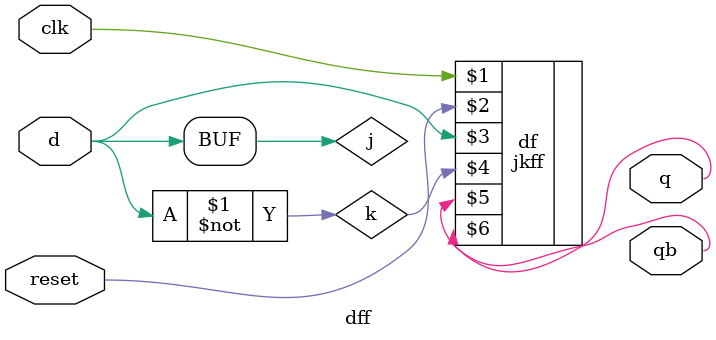
<source format=sv>
`timescale 1ns / 1ps

module dff(
    input clk,
    input reset,
    input d,
    output q , qb
);
    wire j , k;
    buf(j , d);
    not(k , d);
    
    jkff df(clk , reset , j , k , q , qb);
endmodule
</source>
